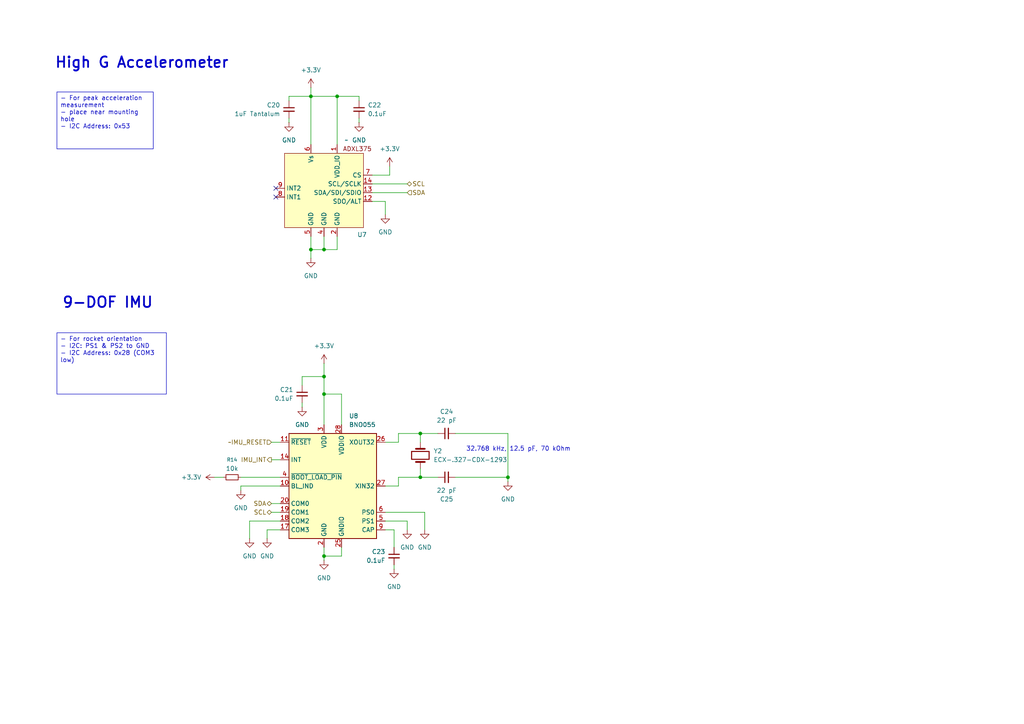
<source format=kicad_sch>
(kicad_sch (version 20250114) (generator "eeschema") (generator_version "9.0")
  (paper "A4")
  (lib_symbols
    (symbol "Device:C_Small" (pin_numbers (hide yes)) (pin_names (offset 0.254) (hide yes))
      (property "Reference" "C" (at 0.254 1.778 0))
      (property "Value" "C_Small" (at 0.254 -2.032 0))
      (symbol "C_Small_0_1"
        (polyline (pts (xy -1.524 0.508) (xy 1.524 0.508)) (stroke (width 0.3048)))
        (polyline (pts (xy -1.524 -0.508) (xy 1.524 -0.508)) (stroke (width 0.3302)))
      )
      (symbol "C_Small_1_1"
        (pin passive line (at 0 2.54 270) (length 2.032) (name "~") (number "1"))
        (pin passive line (at 0 -2.54 90) (length 2.032) (name "~") (number "2"))
      )
    )
    (symbol "Device:Crystal" (pin_numbers (hide yes)) (pin_names (offset 1.016) (hide yes))
      (property "Reference" "Y" (at 0 3.81 0))
      (property "Value" "Crystal" (at 0 -3.81 0))
      (symbol "Crystal_0_1"
        (polyline (pts (xy -2.54 0) (xy -1.905 0)))
        (polyline (pts (xy -1.905 -1.27) (xy -1.905 1.27)) (stroke (width 0.508)))
        (rectangle (start -1.143 2.54) (end 1.143 -2.54) (stroke (width 0.3048)))
        (polyline (pts (xy 1.905 -1.27) (xy 1.905 1.27)) (stroke (width 0.508)))
        (polyline (pts (xy 2.54 0) (xy 1.905 0)))
      )
      (symbol "Crystal_1_1"
        (pin passive line (at -3.81 0 0) (length 1.27) (name "1") (number "1"))
        (pin passive line (at 3.81 0 180) (length 1.27) (name "2") (number "2"))
      )
    )
    (symbol "Device:R_Small" (pin_numbers (hide yes)) (pin_names (offset 0.254) (hide yes))
      (property "Reference" "R" (at 0 0 90))
      (property "Value" "R_Small" (at 1.778 0 90))
      (symbol "R_Small_0_1"
        (rectangle (start -0.762 1.778) (end 0.762 -1.778) (stroke (width 0.2032)))
      )
      (symbol "R_Small_1_1"
        (pin passive line (at 0 2.54 270) (length 0.762) (name "~") (number "1"))
        (pin passive line (at 0 -2.54 90) (length 0.762) (name "~") (number "2"))
      )
    )
    (symbol "Sensor_Motion:BNO055"
      (property "Reference" "U" (at -11.43 16.51 0))
      (property "Value" "BNO055" (at 12.7 16.51 0))
      (symbol "BNO055_0_1"
        (rectangle (start -12.7 15.24) (end 12.7 -15.24) (stroke (width 0.254)) (fill (type background)))
      )
      (symbol "BNO055_1_1"
        (pin input line (at -15.24 12.7 0) (length 2.54) (name "~{RESET}") (number "11"))
        (pin output line (at -15.24 7.62 0) (length 2.54) (name "INT") (number "14"))
        (pin input line (at -15.24 2.54 0) (length 2.54) (name "~{BOOT_LOAD_PIN}") (number "4"))
        (pin output line (at -15.24 0 0) (length 2.54) (name "BL_IND") (number "10"))
        (pin bidirectional line (at -15.24 -5.08 0) (length 2.54) (name "COM0") (number "20"))
        (pin bidirectional line (at -15.24 -7.62 0) (length 2.54) (name "COM1") (number "19"))
        (pin passive line (at -15.24 -10.16 0) (length 2.54) (name "COM2") (number "18"))
        (pin input line (at -15.24 -12.7 0) (length 2.54) (name "COM3") (number "17"))
        (pin no_connect line (at -12.7 10.16 0) (length 2.54) (hide yes) (name "PIN1") (number "1"))
        (pin no_connect line (at -12.7 5.08 0) (length 2.54) (hide yes) (name "PIN7") (number "7"))
        (pin no_connect line (at -12.7 -2.54 0) (length 2.54) (hide yes) (name "PIN8") (number "8"))
        (pin power_in line (at -2.54 17.78 270) (length 2.54) (name "VDD") (number "3"))
        (pin power_in line (at -2.54 -17.78 90) (length 2.54) (name "GND") (number "2"))
        (pin power_in line (at 2.54 17.78 270) (length 2.54) (name "VDDIO") (number "28"))
        (pin power_in line (at 2.54 -17.78 90) (length 2.54) (name "GNDIO") (number "25"))
        (pin no_connect line (at 5.08 -15.24 90) (length 2.54) (hide yes) (name "PIN15") (number "15"))
        (pin no_connect line (at 7.62 -15.24 90) (length 2.54) (hide yes) (name "PIN16") (number "16"))
        (pin no_connect line (at 12.7 10.16 180) (length 2.54) (hide yes) (name "PIN12") (number "12"))
        (pin no_connect line (at 12.7 7.62 180) (length 2.54) (hide yes) (name "PIN13") (number "13"))
        (pin no_connect line (at 12.7 5.08 180) (length 2.54) (hide yes) (name "PIN21") (number "21"))
        (pin no_connect line (at 12.7 2.54 180) (length 2.54) (hide yes) (name "PIN22") (number "22"))
        (pin no_connect line (at 12.7 -2.54 180) (length 2.54) (hide yes) (name "PIN23") (number "23"))
        (pin no_connect line (at 12.7 -5.08 180) (length 2.54) (hide yes) (name "PIN24") (number "24"))
        (pin output line (at 15.24 12.7 180) (length 2.54) (name "XOUT32") (number "26"))
        (pin input line (at 15.24 0 180) (length 2.54) (name "XIN32") (number "27"))
        (pin input line (at 15.24 -7.62 180) (length 2.54) (name "PS0") (number "6"))
        (pin input line (at 15.24 -10.16 180) (length 2.54) (name "PS1") (number "5"))
        (pin passive line (at 15.24 -12.7 180) (length 2.54) (name "CAP") (number "9"))
      )
    )
    (symbol "power:+3.3V" (power) (pin_numbers (hide yes)) (pin_names (offset 0) (hide yes))
      (property "Value" "+3.3V" (at 0 3.556 0))
      (symbol "+3.3V_0_1"
        (polyline (pts (xy -0.762 1.27) (xy 0 2.54)))
        (polyline (pts (xy 0 2.54) (xy 0.762 1.27)))
        (polyline (pts (xy 0 0) (xy 0 2.54)))
      )
      (symbol "+3.3V_1_1"
        (pin power_in line (at 0 0 90) (length 0) (name "~") (number "1"))
      )
    )
    (symbol "power:GND" (power) (pin_numbers (hide yes)) (pin_names (offset 0) (hide yes))
      (property "Value" "GND" (at 0 -3.81 0))
      (symbol "GND_0_1"
        (polyline (pts (xy 0 0) (xy 0 -1.27) (xy 1.27 -1.27) (xy 0 -2.54) (xy -1.27 -1.27) (xy 0 -1.27)))
      )
      (symbol "GND_1_1"
        (pin power_in line (at 0 0 270) (length 0) (name "~") (number "1"))
      )
    )
    (symbol "rocket_datalogger:ADXL375"
      (property "Reference" "U" (at 8.89 -11.43 0))
      (property "Value" "ADCL375" (at 0 0 0))
      (symbol "ADXL375_0_0"
        (pin output line (at -13.97 1.27 0) (length 2.54) (name "INT2") (number "9"))
        (pin output line (at -13.97 -1.27 0) (length 2.54) (name "INT1") (number "8"))
        (pin power_in line (at -3.81 13.97 270) (length 2.54) (name "Vs") (number "6"))
        (pin power_out line (at -3.81 -12.7 90) (length 2.54) (name "GND") (number "5"))
        (pin power_out line (at 0 -12.7 90) (length 2.54) (name "GND") (number "4"))
        (pin power_in line (at 3.81 13.97 270) (length 2.54) (name "VDD_IO") (number "1"))
        (pin power_out line (at 3.81 -12.7 90) (length 2.54) (name "GND") (number "2"))
        (pin input line (at 13.97 5.08 180) (length 2.54) (name "CS") (number "7"))
        (pin bidirectional line (at 13.97 2.54 180) (length 2.54) (name "SCL/SCLK") (number "14"))
        (pin bidirectional line (at 13.97 0 180) (length 2.54) (name "SDA/SDI/SDIO") (number "13"))
        (pin bidirectional line (at 13.97 -2.54 180) (length 2.54) (name "SDO/ALT") (number "12"))
      )
      (symbol "ADXL375_1_0"
        (pin no_connect line (at -13.97 6.35 0) (length 2.54) (hide yes) (name "RESERVED") (number "11"))
        (pin no_connect line (at -13.97 -3.81 0) (length 2.54) (hide yes) (name "Reserved") (number "3"))
        (pin no_connect line (at -12.7 3.81 0) (length 2.54) (hide yes) (name "NC") (number "10"))
      )
      (symbol "ADXL375_1_1"
        (rectangle (start -11.43 11.43) (end 11.43 -10.16) (fill (type background)))
        (text "ADXL375" (at 9.652 12.7 0) (effects (font (size 1.27 1.27))))
      )
    )
  )
  (text "High G Accelerometer" (at 41.148 18.288 0) (effects (font (size 3.048 3.048) (thickness 0.508) (bold yes))))
  (text "9-DOF IMU" (at 31.242 87.884 0) (effects (font (size 3.048 3.048) (thickness 0.508) (bold yes))))
  (text "32.768 kHz, 12.5 pF, 70 kOhm" (at 150.368 130.302 0) (effects (font (size 1.27 1.27))))
  (text_box "- For rocket orientation\n- I2C: PS1 & PS2 to GND\n- I2C Address: 0x28 (COM3 low)" (at 16.51 96.52 0) (size 31.75 17.78) (margins 0.9525 0.9525 0.9525 0.9525) (effects (font (size 1.27 1.27)) (justify left top)))
  (text_box "- For peak acceleration measurement\n- place near mounting hole\n- I2C Address: 0x53" (at 16.51 26.67 0) (size 27.94 16.51) (margins 0.9525 0.9525 0.9525 0.9525) (effects (font (size 1.27 1.27)) (justify left top)))
  (junction (at 93.98 114.3))
  (junction (at 147.32 138.43))
  (junction (at 90.17 27.94))
  (junction (at 93.98 72.39))
  (junction (at 121.92 125.73))
  (junction (at 97.79 27.94))
  (junction (at 93.98 161.29))
  (junction (at 90.17 72.39))
  (junction (at 93.98 109.22))
  (junction (at 121.92 138.43))
  (no_connect (at 80.01 57.15))
  (no_connect (at 80.01 54.61))
  (wire (pts (xy 87.63 109.22) (xy 93.98 109.22)))
  (wire (pts (xy 69.85 140.97) (xy 81.28 140.97)))
  (wire (pts (xy 115.57 128.27) (xy 111.76 128.27)))
  (wire (pts (xy 121.92 125.73) (xy 127 125.73)))
  (wire (pts (xy 93.98 105.41) (xy 93.98 109.22)))
  (wire (pts (xy 93.98 158.75) (xy 93.98 161.29)))
  (wire (pts (xy 114.3 163.83) (xy 114.3 165.1)))
  (wire (pts (xy 147.32 125.73) (xy 147.32 138.43)))
  (wire (pts (xy 90.17 72.39) (xy 93.98 72.39)))
  (wire (pts (xy 93.98 114.3) (xy 93.98 123.19)))
  (wire (pts (xy 72.39 156.21) (xy 72.39 151.13)))
  (wire (pts (xy 69.85 138.43) (xy 81.28 138.43)))
  (wire (pts (xy 111.76 62.23) (xy 111.76 58.42)))
  (wire (pts (xy 132.08 125.73) (xy 147.32 125.73)))
  (wire (pts (xy 115.57 140.97) (xy 111.76 140.97)))
  (wire (pts (xy 93.98 72.39) (xy 93.98 68.58)))
  (wire (pts (xy 123.19 148.59) (xy 111.76 148.59)))
  (wire (pts (xy 83.82 27.94) (xy 90.17 27.94)))
  (wire (pts (xy 115.57 138.43) (xy 115.57 140.97)))
  (wire (pts (xy 118.11 151.13) (xy 111.76 151.13)))
  (wire (pts (xy 90.17 72.39) (xy 90.17 74.93)))
  (wire (pts (xy 72.39 151.13) (xy 81.28 151.13)))
  (wire (pts (xy 87.63 116.84) (xy 87.63 118.11)))
  (wire (pts (xy 104.14 29.21) (xy 104.14 27.94)))
  (wire (pts (xy 97.79 72.39) (xy 97.79 68.58)))
  (wire (pts (xy 115.57 138.43) (xy 121.92 138.43)))
  (wire (pts (xy 78.74 128.27) (xy 81.28 128.27)))
  (wire (pts (xy 93.98 109.22) (xy 93.98 114.3)))
  (wire (pts (xy 123.19 148.59) (xy 123.19 153.67)))
  (wire (pts (xy 107.95 55.88) (xy 118.11 55.88)))
  (wire (pts (xy 114.3 158.75) (xy 114.3 153.67)))
  (wire (pts (xy 104.14 34.29) (xy 104.14 35.56)))
  (wire (pts (xy 121.92 125.73) (xy 121.92 128.27)))
  (wire (pts (xy 90.17 27.94) (xy 90.17 41.91)))
  (wire (pts (xy 121.92 138.43) (xy 121.92 135.89)))
  (wire (pts (xy 90.17 68.58) (xy 90.17 72.39)))
  (wire (pts (xy 77.47 153.67) (xy 77.47 156.21)))
  (wire (pts (xy 93.98 161.29) (xy 99.06 161.29)))
  (wire (pts (xy 77.47 153.67) (xy 81.28 153.67)))
  (wire (pts (xy 69.85 140.97) (xy 69.85 142.24)))
  (wire (pts (xy 113.03 48.26) (xy 113.03 50.8)))
  (wire (pts (xy 118.11 151.13) (xy 118.11 153.67)))
  (wire (pts (xy 62.23 138.43) (xy 64.77 138.43)))
  (wire (pts (xy 83.82 34.29) (xy 83.82 35.56)))
  (wire (pts (xy 87.63 111.76) (xy 87.63 109.22)))
  (wire (pts (xy 104.14 27.94) (xy 97.79 27.94)))
  (wire (pts (xy 107.95 50.8) (xy 113.03 50.8)))
  (wire (pts (xy 111.76 58.42) (xy 107.95 58.42)))
  (wire (pts (xy 99.06 114.3) (xy 93.98 114.3)))
  (wire (pts (xy 83.82 29.21) (xy 83.82 27.94)))
  (wire (pts (xy 90.17 25.4) (xy 90.17 27.94)))
  (wire (pts (xy 97.79 27.94) (xy 90.17 27.94)))
  (wire (pts (xy 78.74 146.05) (xy 81.28 146.05)))
  (wire (pts (xy 115.57 125.73) (xy 121.92 125.73)))
  (wire (pts (xy 93.98 72.39) (xy 97.79 72.39)))
  (wire (pts (xy 78.74 133.35) (xy 81.28 133.35)))
  (wire (pts (xy 93.98 161.29) (xy 93.98 162.56)))
  (wire (pts (xy 114.3 153.67) (xy 111.76 153.67)))
  (wire (pts (xy 99.06 123.19) (xy 99.06 114.3)))
  (wire (pts (xy 99.06 161.29) (xy 99.06 158.75)))
  (wire (pts (xy 132.08 138.43) (xy 147.32 138.43)))
  (wire (pts (xy 78.74 148.59) (xy 81.28 148.59)))
  (wire (pts (xy 97.79 27.94) (xy 97.79 41.91)))
  (wire (pts (xy 147.32 139.7) (xy 147.32 138.43)))
  (wire (pts (xy 115.57 125.73) (xy 115.57 128.27)))
  (wire (pts (xy 121.92 138.43) (xy 127 138.43)))
  (wire (pts (xy 107.95 53.34) (xy 118.11 53.34)))
  (hierarchical_label "IMU_INT" (shape output) (at 78.74 133.35 180))
  (hierarchical_label "SCL" (shape bidirectional) (at 118.11 53.34 0))
  (hierarchical_label "SDA" (shape input) (at 118.11 55.88 0))
  (hierarchical_label "SCL" (shape bidirectional) (at 78.74 148.59 180))
  (hierarchical_label "~IMU_RESET" (shape input) (at 78.74 128.27 180))
  (hierarchical_label "SDA" (shape bidirectional) (at 78.74 146.05 180))
  (symbol (lib_id "Device:R_Small") (at 67.31 138.43 90) (unit 1)
    (property "Reference" "R14" (at 67.31 133.35 90) (effects (font (size 1.016 1.016))))
    (property "Value" "10k" (at 67.31 135.89 90))
    (property "Footprint" "Resistor_SMD:R_0603_1608Metric" (effects (hide yes)))
    (property "Description" "Resistor, small symbol" (effects (hide yes)))
  )
  (symbol (lib_id "power:GND") (at 111.76 62.23 0) (unit 1)
    (property "Reference" "#PWR065" (effects (hide yes)))
    (property "Value" "GND" (at 111.76 67.31 0))
    (property "Description" "Power symbol creates a global label with name \"GND\" , ground" (effects (hide yes)))
  )
  (symbol (lib_id "power:+3.3V") (at 62.23 138.43 90) (unit 1)
    (property "Reference" "#PWR054" (effects (hide yes)))
    (property "Value" "+3.3V" (at 58.42 138.4299 90) (effects (justify left)))
    (property "Description" "Power symbol creates a global label with name \"+3.3V\"" (effects (hide yes)))
  )
  (symbol (lib_id "power:GND") (at 83.82 35.56 0) (unit 1)
    (property "Reference" "#PWR058" (effects (hide yes)))
    (property "Value" "GND" (at 83.82 40.64 0))
    (property "Description" "Power symbol creates a global label with name \"GND\" , ground" (effects (hide yes)))
  )
  (symbol (lib_id "Device:C_Small") (at 104.14 31.75 0) (mirror y) (unit 1)
    (property "Reference" "C22" (at 106.68 30.4862 0) (effects (justify right)))
    (property "Value" "0.1uF" (at 106.68 33.0262 0) (effects (justify right)))
    (property "Footprint" "Capacitor_SMD:C_0603_1608Metric" (effects (hide yes)))
    (property "Description" "Unpolarized capacitor, small symbol" (effects (hide yes)))
  )
  (symbol (lib_id "power:GND") (at 118.11 153.67 0) (unit 1)
    (property "Reference" "#PWR068" (effects (hide yes)))
    (property "Value" "GND" (at 118.11 158.75 0))
    (property "Description" "Power symbol creates a global label with name \"GND\" , ground" (effects (hide yes)))
  )
  (symbol (lib_id "Device:C_Small") (at 129.54 138.43 90) (mirror x) (unit 1)
    (property "Reference" "C25" (at 129.5463 144.78 90))
    (property "Value" "22 pF" (at 129.5463 142.24 90))
    (property "Footprint" "Capacitor_SMD:C_0603_1608Metric" (effects (hide yes)))
    (property "Description" "Unpolarized capacitor, small symbol" (effects (hide yes)))
  )
  (symbol (lib_id "power:+3.3V") (at 113.03 48.26 0) (unit 1)
    (property "Reference" "#PWR066" (effects (hide yes)))
    (property "Value" "+3.3V" (at 113.03 43.18 0))
    (property "Description" "Power symbol creates a global label with name \"+3.3V\"" (effects (hide yes)))
  )
  (symbol (lib_id "Device:Crystal") (at 121.92 132.08 90) (unit 1)
    (property "Reference" "Y2" (at 125.73 130.8099 90) (effects (justify right)))
    (property "Value" "ECX-.327-CDX-1293" (at 125.73 133.3499 90) (effects (justify right)))
    (property "Footprint" "Crystal:Crystal_SMD_3215-2Pin_3.2x1.5mm" (effects (hide yes)))
    (property "Description" "Two pin crystal" (effects (hide yes)))
  )
  (symbol (lib_id "power:GND") (at 114.3 165.1 0) (unit 1)
    (property "Reference" "#PWR067" (effects (hide yes)))
    (property "Value" "GND" (at 114.3 170.18 0))
    (property "Description" "Power symbol creates a global label with name \"GND\" , ground" (effects (hide yes)))
  )
  (symbol (lib_id "power:GND") (at 69.85 142.24 0) (unit 1)
    (property "Reference" "#PWR055" (effects (hide yes)))
    (property "Value" "GND" (at 69.85 147.32 0))
    (property "Description" "Power symbol creates a global label with name \"GND\" , ground" (effects (hide yes)))
  )
  (symbol (lib_id "power:GND") (at 147.32 139.7 0) (unit 1)
    (property "Reference" "#PWR070" (effects (hide yes)))
    (property "Value" "GND" (at 147.32 144.78 0))
    (property "Description" "Power symbol creates a global label with name \"GND\" , ground" (effects (hide yes)))
  )
  (symbol (lib_id "Sensor_Motion:BNO055") (at 96.52 140.97 0) (unit 1)
    (property "Reference" "U8" (at 101.2033 120.65 0) (effects (justify left)))
    (property "Value" "BNO055" (at 101.2033 123.19 0) (effects (justify left)))
    (property "Footprint" "Package_LGA:LGA-28_5.2x3.8mm_P0.5mm" (effects (hide yes)))
    (property "Datasheet" "https://www.bosch-sensortec.com/media/boschsensortec/downloads/datasheets/bst-bno055-ds000.pdf" (effects (hide yes)))
    (property "Description" "Intelligent 9-axis absolute orientation sensor, LGA-28" (effects (hide yes)))
  )
  (symbol (lib_id "power:GND") (at 90.17 74.93 0) (unit 1)
    (property "Reference" "#PWR061" (effects (hide yes)))
    (property "Value" "GND" (at 90.17 80.01 0))
    (property "Description" "Power symbol creates a global label with name \"GND\" , ground" (effects (hide yes)))
  )
  (symbol (lib_id "Device:C_Small") (at 83.82 31.75 0) (unit 1)
    (property "Reference" "C20" (at 81.28 30.4862 0) (effects (justify right)))
    (property "Value" "1uF Tantalum" (at 81.28 33.0262 0) (effects (justify right)))
    (property "Footprint" "Capacitor_SMD:C_0603_1608Metric" (effects (hide yes)))
    (property "Description" "Unpolarized capacitor, small symbol" (effects (hide yes)))
  )
  (symbol (lib_id "power:GND") (at 72.39 156.21 0) (unit 1)
    (property "Reference" "#PWR056" (effects (hide yes)))
    (property "Value" "GND" (at 72.39 161.29 0))
    (property "Description" "Power symbol creates a global label with name \"GND\" , ground" (effects (hide yes)))
  )
  (symbol (lib_id "power:+3.3V") (at 90.17 25.4 0) (unit 1)
    (property "Reference" "#PWR060" (effects (hide yes)))
    (property "Value" "+3.3V" (at 90.17 20.32 0))
    (property "Description" "Power symbol creates a global label with name \"+3.3V\"" (effects (hide yes)))
  )
  (symbol (lib_id "Device:C_Small") (at 87.63 114.3 0) (unit 1)
    (property "Reference" "C21" (at 85.09 113.0362 0) (effects (justify right)))
    (property "Value" "0.1uF" (at 85.09 115.5762 0) (effects (justify right)))
    (property "Footprint" "Capacitor_SMD:C_0603_1608Metric" (effects (hide yes)))
    (property "Description" "Unpolarized capacitor, small symbol" (effects (hide yes)))
  )
  (symbol (lib_id "power:GND") (at 77.47 156.21 0) (unit 1)
    (property "Reference" "#PWR057" (effects (hide yes)))
    (property "Value" "GND" (at 77.47 161.29 0))
    (property "Description" "Power symbol creates a global label with name \"GND\" , ground" (effects (hide yes)))
  )
  (symbol (lib_id "power:GND") (at 104.14 35.56 0) (mirror y) (unit 1)
    (property "Reference" "#PWR064" (effects (hide yes)))
    (property "Value" "GND" (at 104.14 40.64 0))
    (property "Description" "Power symbol creates a global label with name \"GND\" , ground" (effects (hide yes)))
  )
  (symbol (lib_id "Device:C_Small") (at 129.54 125.73 90) (unit 1)
    (property "Reference" "C24" (at 129.5463 119.38 90))
    (property "Value" "22 pF" (at 129.5463 121.92 90))
    (property "Footprint" "Capacitor_SMD:C_0603_1608Metric" (effects (hide yes)))
    (property "Description" "Unpolarized capacitor, small symbol" (effects (hide yes)))
  )
  (symbol (lib_id "power:+3.3V") (at 93.98 105.41 0) (unit 1)
    (property "Reference" "#PWR062" (effects (hide yes)))
    (property "Value" "+3.3V" (at 93.98 100.33 0))
    (property "Description" "Power symbol creates a global label with name \"+3.3V\"" (effects (hide yes)))
  )
  (symbol (lib_id "power:GND") (at 93.98 162.56 0) (unit 1)
    (property "Reference" "#PWR063" (effects (hide yes)))
    (property "Value" "GND" (at 93.98 167.64 0))
    (property "Description" "Power symbol creates a global label with name \"GND\" , ground" (effects (hide yes)))
  )
  (symbol (lib_id "power:GND") (at 87.63 118.11 0) (unit 1)
    (property "Reference" "#PWR059" (effects (hide yes)))
    (property "Value" "GND" (at 87.63 123.19 0))
    (property "Description" "Power symbol creates a global label with name \"GND\" , ground" (effects (hide yes)))
  )
  (symbol (lib_id "rocket_datalogger:ADXL375") (at 93.98 55.88 0) (unit 1)
    (property "Reference" "U7" (at 103.632 68.072 0) (effects (justify left)))
    (property "Value" "~" (at 99.9333 40.64 0) (effects (justify left)))
    (property "Footprint" "Package_LGA:LGA-14_3x5mm_P0.8mm_LayoutBorder1x6y" (effects (hide yes)))
  )
  (symbol (lib_id "power:GND") (at 123.19 153.67 0) (unit 1)
    (property "Reference" "#PWR069" (effects (hide yes)))
    (property "Value" "GND" (at 123.19 158.75 0))
    (property "Description" "Power symbol creates a global label with name \"GND\" , ground" (effects (hide yes)))
  )
  (symbol (lib_id "Device:C_Small") (at 114.3 161.29 0) (unit 1)
    (property "Reference" "C23" (at 111.76 160.0262 0) (effects (justify right)))
    (property "Value" "0.1uF" (at 111.76 162.5662 0) (effects (justify right)))
    (property "Footprint" "Capacitor_SMD:C_0603_1608Metric" (effects (hide yes)))
    (property "Description" "Unpolarized capacitor, small symbol" (effects (hide yes)))
  )
)
</source>
